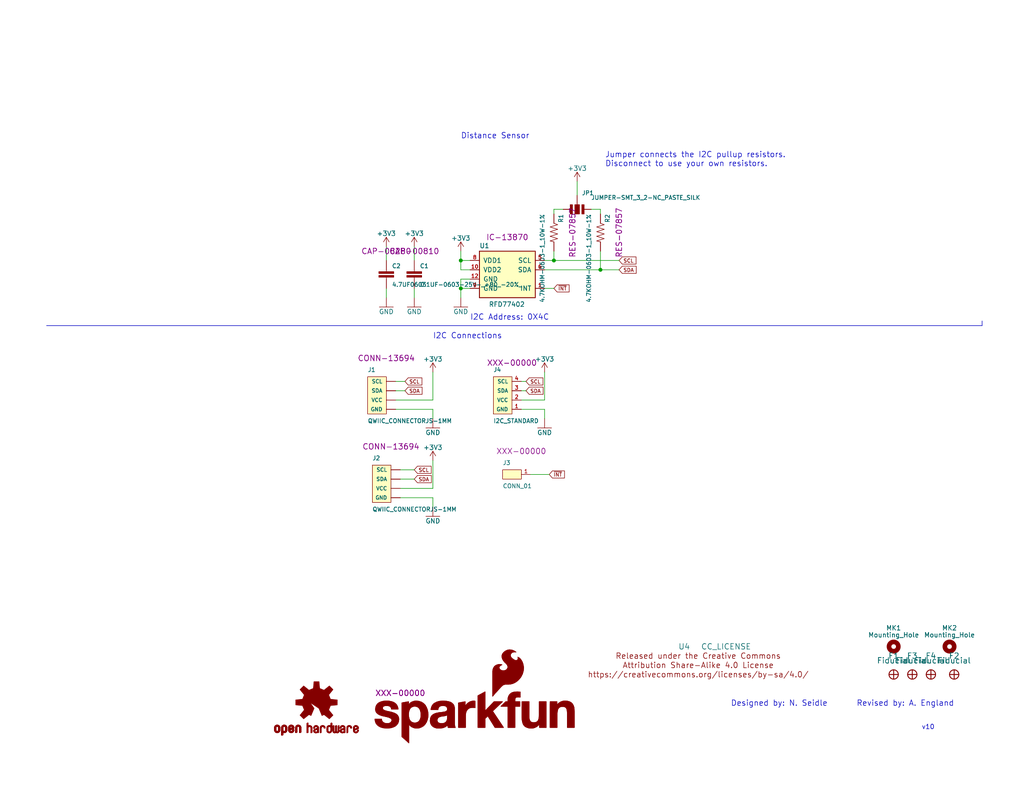
<source format=kicad_sch>
(kicad_sch (version 20230121) (generator eeschema)
  (paper "USLetter")
  (title_block (title "RFD77402 TOF Sensor Breakout.sch") (date "22 MAR 2017"))
  (lib_symbols
    (symbol "0.1UF-0603-25V-_+80_-20%__1" (pin_numbers hide) (pin_names (offset 1.016) hide)
      (property "Reference" "C" (at 1.524 2.921 0))
      (property "Value" "0.1UF-0603-25V-_+80_-20%_" (at 1.524 -2.159 0))
      (property "Field4" "CAP-00810" (at 0 7.62 0))
      (symbol "0.1UF-0603-25V-_+80_-20%__1_1_1"
        (pin passive line (at 0 5.08 270) (length 2.54) (name "1") (number "1"))
        (pin passive line (at 0 -2.54 90) (length 2.54) (name "2") (number "2"))
      )
    )
    (symbol "0.1UF-0603-25V-_+80_-20%__2" (pin_numbers hide) (pin_names (offset 1.016) hide)
      (property "Reference" "C" (at 1.524 2.921 0))
      (property "Value" "0.1UF-0603-25V-_+80_-20%_" (at 1.524 -2.159 0))
      (property "Field4" "CAP-00810" (at 0 7.62 0))
      (symbol "0.1UF-0603-25V-_+80_-20%__2_1_1"
        (pin passive line (at 0 5.08 270) (length 2.54) (name "1") (number "1"))
        (pin passive line (at 0 -2.54 90) (length 2.54) (name "2") (number "2"))
      )
    )
    (symbol "4.7KOHM-0603-1_10W-1%_1" (pin_numbers hide) (pin_names (offset 1.016) hide)
      (property "Reference" "R" (at -5.08 1.27 0))
      (property "Value" "4.7KOHM-0603-1_10W-1%" (at -5.08 -3.81 0))
      (property "Field4" "RES-07857" (at 0 5.08 0))
      (symbol "4.7KOHM-0603-1_10W-1%_1_1_1"
        (pin passive line (at -5.08 0 0) (length 2.54) (name "1") (number "1"))
        (pin passive line (at 5.08 0 180) (length 2.54) (name "2") (number "2"))
      )
    )
    (symbol "4.7KOHM-0603-1_10W-1%_2" (pin_numbers hide) (pin_names (offset 1.016) hide)
      (property "Reference" "R" (at -5.08 1.27 0))
      (property "Value" "4.7KOHM-0603-1_10W-1%" (at -5.08 -3.81 0))
      (property "Field4" "RES-07857" (at 0 5.08 0))
      (symbol "4.7KOHM-0603-1_10W-1%_2_1_1"
        (pin passive line (at -5.08 0 0) (length 2.54) (name "1") (number "1"))
        (pin passive line (at 5.08 0 180) (length 2.54) (name "2") (number "2"))
      )
    )
    (symbol "4.7KOHM-0603-1_10W-1%_3" (pin_numbers hide) (pin_names (offset 1.016) hide)
      (property "Reference" "R" (at -5.08 1.27 0))
      (property "Value" "4.7KOHM-0603-1_10W-1%" (at -5.08 -3.81 0))
      (property "Field4" "RES-07857" (at 0 5.08 0))
      (symbol "4.7KOHM-0603-1_10W-1%_3_1_1"
        (pin passive line (at -5.08 0 0) (length 2.54) (name "1") (number "1"))
        (pin passive line (at 5.08 0 180) (length 2.54) (name "2") (number "2"))
      )
    )
    (symbol "4.7KOHM-0603-1_10W-1%_4" (pin_numbers hide) (pin_names (offset 1.016) hide)
      (property "Reference" "R" (at -5.08 1.27 0))
      (property "Value" "4.7KOHM-0603-1_10W-1%" (at -5.08 -3.81 0))
      (property "Field4" "RES-07857" (at 0 5.08 0))
      (symbol "4.7KOHM-0603-1_10W-1%_4_1_1"
        (pin passive line (at -5.08 0 0) (length 2.54) (name "1") (number "1"))
        (pin passive line (at 5.08 0 180) (length 2.54) (name "2") (number "2"))
      )
    )
    (symbol "4.7UF0603_1" (pin_numbers hide) (pin_names (offset 1.016) hide)
      (property "Reference" "C" (at 1.524 2.921 0))
      (property "Value" "4.7UF0603" (at 1.524 -2.159 0))
      (property "Field4" "CAP-08280" (at 0 7.62 0))
      (symbol "4.7UF0603_1_1_1"
        (pin passive line (at 0 5.08 270) (length 2.54) (name "1") (number "1"))
        (pin passive line (at 0 -2.54 90) (length 2.54) (name "2") (number "2"))
      )
    )
    (symbol "4.7UF0603_2" (pin_numbers hide) (pin_names (offset 1.016) hide)
      (property "Reference" "C" (at 1.524 2.921 0))
      (property "Value" "4.7UF0603" (at 1.524 -2.159 0))
      (property "Field4" "CAP-08280" (at 0 7.62 0))
      (symbol "4.7UF0603_2_1_1"
        (pin passive line (at 0 5.08 270) (length 2.54) (name "1") (number "1"))
        (pin passive line (at 0 -2.54 90) (length 2.54) (name "2") (number "2"))
      )
    )
    (symbol "CONN_01_1" (pin_names (offset 1.016) hide)
      (property "Reference" "J" (at -5.08 2.54 0))
      (property "Value" "CONN_01" (at -5.08 -3.81 0))
      (property "Field4" "XXX-00000" (at 0 6.35 0))
      (symbol "CONN_01_1_1_1"
        (pin passive line (at 2.54 0 180) (length 2.54) (name "1") (number "1"))
      )
    )
    (symbol "CONN_01_2" (pin_names (offset 1.016) hide)
      (property "Reference" "J" (at -5.08 2.54 0))
      (property "Value" "CONN_01" (at -5.08 -3.81 0))
      (property "Field4" "XXX-00000" (at 0 6.35 0))
      (symbol "CONN_01_2_1_1"
        (pin passive line (at 2.54 0 180) (length 2.54) (name "1") (number "1"))
      )
    )
    (symbol "I2C_STANDARD_1" (pin_names (offset 1.016))
      (property "Reference" "J" (at -5.08 10.16 0))
      (property "Value" "I2C_STANDARD" (at -5.08 -3.81 0))
      (property "Field4" "XXX-00000" (at 0 12.7 0))
      (symbol "I2C_STANDARD_1_1_1"
        (pin power_in line (at 2.54 0 180) (length 2.54) (name "GND") (number "1"))
        (pin power_in line (at 2.54 2.54 180) (length 2.54) (name "VCC") (number "2"))
        (pin passive line (at 2.54 5.08 180) (length 2.54) (name "SDA") (number "3"))
        (pin passive line (at 2.54 7.62 180) (length 2.54) (name "SCL") (number "4"))
      )
    )
    (symbol "I2C_STANDARD_2" (pin_names (offset 1.016))
      (property "Reference" "J" (at -5.08 10.16 0))
      (property "Value" "I2C_STANDARD" (at -5.08 -3.81 0))
      (property "Field4" "XXX-00000" (at 0 12.7 0))
      (symbol "I2C_STANDARD_2_1_1"
        (pin power_in line (at 2.54 0 180) (length 2.54) (name "GND") (number "1"))
        (pin power_in line (at 2.54 2.54 180) (length 2.54) (name "VCC") (number "2"))
        (pin passive line (at 2.54 5.08 180) (length 2.54) (name "SDA") (number "3"))
        (pin passive line (at 2.54 7.62 180) (length 2.54) (name "SCL") (number "4"))
      )
    )
    (symbol "QWIIC_CONNECTORJS-1MM_1" (pin_numbers hide) (pin_names (offset 1.016))
      (property "Reference" "J" (at -5.08 10.16 0))
      (property "Value" "QWIIC_CONNECTORJS-1MM" (at -5.08 -3.81 0))
      (property "Field4" "CONN-13694" (at 0 13.97 0))
      (symbol "QWIIC_CONNECTORJS-1MM_1_1_1"
        (pin power_in line (at 2.54 0 180) (length 2.54) (name "GND") (number "1"))
        (pin power_in line (at 2.54 2.54 180) (length 2.54) (name "VCC") (number "2"))
        (pin passive line (at 2.54 5.08 180) (length 2.54) (name "SDA") (number "3"))
        (pin passive line (at 2.54 7.62 180) (length 2.54) (name "SCL") (number "4"))
      )
    )
    (symbol "QWIIC_CONNECTORJS-1MM_2" (pin_numbers hide) (pin_names (offset 1.016))
      (property "Reference" "J" (at -5.08 10.16 0))
      (property "Value" "QWIIC_CONNECTORJS-1MM" (at -5.08 -3.81 0))
      (property "Field4" "CONN-13694" (at 0 13.97 0))
      (symbol "QWIIC_CONNECTORJS-1MM_2_1_1"
        (pin power_in line (at 2.54 0 180) (length 2.54) (name "GND") (number "1"))
        (pin power_in line (at 2.54 2.54 180) (length 2.54) (name "VCC") (number "2"))
        (pin passive line (at 2.54 5.08 180) (length 2.54) (name "SDA") (number "3"))
        (pin passive line (at 2.54 7.62 180) (length 2.54) (name "SCL") (number "4"))
      )
    )
    (symbol "QWIIC_CONNECTORJS-1MM_3" (pin_numbers hide) (pin_names (offset 1.016))
      (property "Reference" "J" (at -5.08 10.16 0))
      (property "Value" "QWIIC_CONNECTORJS-1MM" (at -5.08 -3.81 0))
      (property "Field4" "CONN-13694" (at 0 13.97 0))
      (symbol "QWIIC_CONNECTORJS-1MM_3_1_1"
        (pin power_in line (at 2.54 0 180) (length 2.54) (name "GND") (number "1"))
        (pin power_in line (at 2.54 2.54 180) (length 2.54) (name "VCC") (number "2"))
        (pin passive line (at 2.54 5.08 180) (length 2.54) (name "SDA") (number "3"))
        (pin passive line (at 2.54 7.62 180) (length 2.54) (name "SCL") (number "4"))
      )
    )
    (symbol "QWIIC_CONNECTORJS-1MM_4" (pin_numbers hide) (pin_names (offset 1.016))
      (property "Reference" "J" (at -5.08 10.16 0))
      (property "Value" "QWIIC_CONNECTORJS-1MM" (at -5.08 -3.81 0))
      (property "Field4" "CONN-13694" (at 0 13.97 0))
      (symbol "QWIIC_CONNECTORJS-1MM_4_1_1"
        (pin power_in line (at 2.54 0 180) (length 2.54) (name "GND") (number "1"))
        (pin power_in line (at 2.54 2.54 180) (length 2.54) (name "VCC") (number "2"))
        (pin passive line (at 2.54 5.08 180) (length 2.54) (name "SDA") (number "3"))
        (pin passive line (at 2.54 7.62 180) (length 2.54) (name "SCL") (number "4"))
      )
    )
    (symbol "RFD77402_1" (pin_names (offset 1.016))
      (property "Reference" "U" (at -7.62 7.112 0))
      (property "Value" "RFD77402" (at -5.08 -8.89 0))
      (property "Field4" "IC-13870" (at 0 10.16 0))
      (symbol "RFD77402_1_1_1"
        (pin bidirectional line (at 10.16 -3.81 180) (length 2.54) (name "INT") (number "1"))
        (pin input line (at -10.16 1.27 0) (length 2.54) (name "VDD2") (number "10"))
        (pin bidirectional line (at -10.16 -1.27 0) (length 2.54) (name "GND") (number "12"))
        (pin bidirectional line (at 10.16 3.81 180) (length 2.54) (name "SCL") (number "5"))
        (pin bidirectional line (at 10.16 1.27 180) (length 2.54) (name "SDA") (number "6"))
        (pin bidirectional line (at -10.16 3.81 0) (length 2.54) (name "VDD1") (number "8"))
        (pin bidirectional line (at -10.16 -3.81 0) (length 2.54) (name "GND") (number "9"))
      )
    )
    (symbol "RFD77402_2" (pin_names (offset 1.016))
      (property "Reference" "U" (at -7.62 7.112 0))
      (property "Value" "RFD77402" (at -5.08 -8.89 0))
      (property "Field4" "IC-13870" (at 0 10.16 0))
      (symbol "RFD77402_2_1_1"
        (pin bidirectional line (at 10.16 -3.81 180) (length 2.54) (name "INT") (number "1"))
        (pin input line (at -10.16 1.27 0) (length 2.54) (name "VDD2") (number "10"))
        (pin bidirectional line (at -10.16 -1.27 0) (length 2.54) (name "GND") (number "12"))
        (pin bidirectional line (at 10.16 3.81 180) (length 2.54) (name "SCL") (number "5"))
        (pin bidirectional line (at 10.16 1.27 180) (length 2.54) (name "SDA") (number "6"))
        (pin bidirectional line (at -10.16 3.81 0) (length 2.54) (name "VDD1") (number "8"))
        (pin bidirectional line (at -10.16 -3.81 0) (length 2.54) (name "GND") (number "9"))
      )
    )
    (symbol "RFD77402_ToF_Sensor-rescue:+3.3V" (power) (pin_names (offset 0))
      (property "Value" "+3.3V" (at 0 3.556 0))
      (symbol "+3.3V_1_1"
        (pin power_in line (at 0 0 90) (length 0) hide (name "+3V3") (number "1"))
      )
    )
    (symbol "RFD77402_ToF_Sensor-rescue:CC_LICENSE" (pin_names (offset 1.016))
      (property "Reference" "U" (at -3.81 3.81 0))
      (property "Value" "CC_LICENSE" (at 7.62 3.81 0))
      (symbol "CC_LICENSE_0_0"
        (text "Attribution Share-Alike 4.0 License" (at 0 -1.27 0) (effects (font (size 1.524 1.524))))
        (text "https://creativecommons.org/licenses/by-sa/4.0/" (at 0 -3.81 0) (effects (font (size 1.524 1.524))))
        (text "Released under the Creative Commons" (at 0 1.27 0) (effects (font (size 1.524 1.524))))
      )
    )
    (symbol "RFD77402_ToF_Sensor-rescue:Fiducial" (pin_names (offset 1.016))
      (property "Reference" "F" (at 0 5.08 0))
      (property "Value" "Fiducial" (at 0 3.81 0))
    )
    (symbol "RFD77402_ToF_Sensor-rescue:GND" (power) (pin_numbers hide) (pin_names (offset 1.016) hide)
      (property "Value" "GND" (at -1.778 -5.08 0))
      (symbol "GND_1_1"
        (pin power_in line (at 0 0 270) (length 0) hide (name "GND") (number "~"))
      )
    )
    (symbol "RFD77402_ToF_Sensor-rescue:JUMPER-SMT_3_2-NC_PASTE_SILK" (pin_numbers hide) (pin_names (offset 1.27) hide)
      (property "Reference" "JP" (at 2.54 0.381 0))
      (property "Value" "JUMPER-SMT_3_2-NC_PASTE_SILK" (at 2.54 -2.159 0))
      (symbol "JUMPER-SMT_3_2-NC_PASTE_SILK_1_1"
        (pin passive line (at 0 3.81 270) (length 2.54) (name "1") (number "1"))
        (pin passive line (at -3.81 0 0) (length 2.54) (name "2") (number "2"))
        (pin passive line (at 0 -3.81 90) (length 2.54) (name "3") (number "3"))
      )
    )
    (symbol "RFD77402_ToF_Sensor-rescue:Mounting_Hole" (pin_names (offset 1.016))
      (property "Reference" "MK" (at 0 5.08 0))
      (property "Value" "Mounting_Hole" (at 0 3.175 0))
    )
    (symbol "RFD77402_ToF_Sensor-rescue:SPARKFUN-AESTHETICS_OSHW-LOGOS" (pin_numbers hide) (pin_names (offset 1.016) hide))
    (symbol "SFE_LOGO_NAME_FLAME.1_INCH_1" (pin_numbers hide) (pin_names (offset 1.016) hide)
      (property "Field4" "XXX-00000" (at 7.62 13.97 0))
    )
    (symbol "SFE_LOGO_NAME_FLAME.1_INCH_2" (pin_numbers hide) (pin_names (offset 1.016) hide)
      (property "Field4" "XXX-00000" (at 7.62 13.97 0))
    )
    (symbol "SFE_LOGO_NAME_FLAME.1_INCH_3" (pin_numbers hide) (pin_names (offset 1.016) hide)
      (property "Field4" "XXX-00000" (at 7.62 13.97 0))
    )
    (symbol "SFE_LOGO_NAME_FLAME.1_INCH_4" (pin_numbers hide) (pin_names (offset 1.016) hide)
      (property "Field4" "XXX-00000" (at 7.62 13.97 0))
    )
  )
  (junction (at 125.73 71.12))
  (junction (at 125.73 78.74))
  (junction (at 151.13 71.12))
  (junction (at 163.83 73.66))
  (wire (pts (xy 109.22 133.35) (xy 118.11 133.35)))
  (wire (pts (xy 144.78 129.54) (xy 149.86 129.54)))
  (wire (pts (xy 125.73 78.74) (xy 125.73 81.28)))
  (wire (pts (xy 109.22 128.27) (xy 113.03 128.27)))
  (wire (pts (xy 125.73 71.12) (xy 125.73 73.66)))
  (wire (pts (xy 142.24 109.22) (xy 148.59 109.22)))
  (wire (pts (xy 125.73 73.66) (xy 128.27 73.66)))
  (wire (pts (xy 163.83 57.15) (xy 163.83 58.42)))
  (wire (pts (xy 105.41 67.31) (xy 105.41 71.12)))
  (wire (pts (xy 113.03 67.31) (xy 113.03 71.12)))
  (wire (pts (xy 148.59 109.22) (xy 148.59 101.6)))
  (wire (pts (xy 151.13 57.15) (xy 153.67 57.15)))
  (wire (pts (xy 118.11 135.89) (xy 118.11 138.43)))
  (wire (pts (xy 163.83 68.58) (xy 163.83 73.66)))
  (wire (pts (xy 107.95 111.76) (xy 118.11 111.76)))
  (wire (pts (xy 109.22 130.81) (xy 113.03 130.81)))
  (wire (pts (xy 148.59 78.74) (xy 151.13 78.74)))
  (wire (pts (xy 151.13 68.58) (xy 151.13 71.12)))
  (polyline (pts (xy 267.97 88.9) (xy 267.97 87.63)))
  (wire (pts (xy 107.95 106.68) (xy 110.49 106.68)))
  (wire (pts (xy 148.59 71.12) (xy 151.13 71.12)))
  (wire (pts (xy 118.11 111.76) (xy 118.11 114.3)))
  (polyline (pts (xy 12.7 88.9) (xy 267.97 88.9)))
  (wire (pts (xy 148.59 73.66) (xy 163.83 73.66)))
  (wire (pts (xy 142.24 111.76) (xy 148.59 111.76)))
  (wire (pts (xy 109.22 135.89) (xy 118.11 135.89)))
  (wire (pts (xy 148.59 111.76) (xy 148.59 114.3)))
  (wire (pts (xy 128.27 71.12) (xy 125.73 71.12)))
  (wire (pts (xy 113.03 78.74) (xy 113.03 81.28)))
  (wire (pts (xy 151.13 57.15) (xy 151.13 58.42)))
  (wire (pts (xy 157.48 49.53) (xy 157.48 53.34)))
  (wire (pts (xy 125.73 76.2) (xy 125.73 78.74)))
  (wire (pts (xy 163.83 73.66) (xy 168.91 73.66)))
  (wire (pts (xy 107.95 104.14) (xy 110.49 104.14)))
  (wire (pts (xy 128.27 76.2) (xy 125.73 76.2)))
  (wire (pts (xy 142.24 104.14) (xy 143.51 104.14)))
  (wire (pts (xy 151.13 71.12) (xy 168.91 71.12)))
  (wire (pts (xy 128.27 78.74) (xy 125.73 78.74)))
  (wire (pts (xy 105.41 78.74) (xy 105.41 81.28)))
  (wire (pts (xy 107.95 109.22) (xy 118.11 109.22)))
  (wire (pts (xy 118.11 109.22) (xy 118.11 101.6)))
  (wire (pts (xy 118.11 133.35) (xy 118.11 125.73)))
  (wire (pts (xy 163.83 57.15) (xy 161.29 57.15)))
  (wire (pts (xy 125.73 68.58) (xy 125.73 71.12)))
  (wire (pts (xy 142.24 106.68) (xy 143.51 106.68)))
  (text "Designed by: N. Seidle\n" (at 199.39 193.04 0) (effects (font (size 1.524 1.524)) (justify left bottom)))
  (text "I2C Connections" (at 118.11 92.71 0) (effects (font (size 1.524 1.524)) (justify left bottom)))
  (text "Jumper connects the I2C pullup resistors.\nDisconnect to use your own resistors." (at 165.1 45.72 0) (effects (font (size 1.524 1.524)) (justify left bottom)))
  (text "Revised by: A. England" (at 233.68 193.04 0) (effects (font (size 1.524 1.524)) (justify left bottom)))
  (text "Distance Sensor" (at 125.73 38.1 0) (effects (font (size 1.524 1.524)) (justify left bottom)))
  (text "I2C Address: 0X4C" (at 128.27 87.63 0) (effects (font (size 1.524 1.524)) (justify left bottom)))
  (text "v10" (at 251.46 199.39 0) (effects (font (size 1.27 1.27)) (justify left bottom)))
  (global_label "~{INT}" (shape input) (at 149.86 129.54 0) (effects (font (size 0.9906 0.9906))) (property "Intersheetrefs" "${INTERSHEET_REFS}" (effects hide)))
  (global_label "SDA" (shape input) (at 110.49 106.68 0) (effects (font (size 0.9906 0.9906))) (property "Intersheetrefs" "${INTERSHEET_REFS}" (effects hide)))
  (global_label "SCL" (shape input) (at 168.91 71.12 0) (effects (font (size 0.9906 0.9906))) (property "Intersheetrefs" "${INTERSHEET_REFS}" (effects hide)))
  (global_label "SDA" (shape input) (at 143.51 106.68 0) (effects (font (size 0.9906 0.9906))) (property "Intersheetrefs" "${INTERSHEET_REFS}" (effects hide)))
  (global_label "SDA" (shape input) (at 168.91 73.66 0) (effects (font (size 0.9906 0.9906))) (property "Intersheetrefs" "${INTERSHEET_REFS}" (effects hide)))
  (global_label "SDA" (shape input) (at 113.03 130.81 0) (effects (font (size 0.9906 0.9906))) (property "Intersheetrefs" "${INTERSHEET_REFS}" (effects hide)))
  (global_label "SCL" (shape input) (at 143.51 104.14 0) (effects (font (size 0.9906 0.9906))) (property "Intersheetrefs" "${INTERSHEET_REFS}" (effects hide)))
  (global_label "SCL" (shape input) (at 110.49 104.14 0) (effects (font (size 0.9906 0.9906))) (property "Intersheetrefs" "${INTERSHEET_REFS}" (effects hide)))
  (global_label "SCL" (shape input) (at 113.03 128.27 0) (effects (font (size 0.9906 0.9906))) (property "Intersheetrefs" "${INTERSHEET_REFS}" (effects hide)))
  (global_label "~{INT}" (shape input) (at 151.13 78.74 0) (effects (font (size 0.9906 0.9906))) (property "Intersheetrefs" "${INTERSHEET_REFS}" (effects hide)))
  (symbol (lib_id "RFD77402_ToF_Sensor-rescue:Mounting_Hole") (at 243.84 176.53 0) (unit 1)
    (property "Reference" "MK1" (at 243.84 171.45 0))
    (property "Value" "Mounting_Hole" (at 243.84 173.355 0))
    (property "Footprint" "SparkFun-Hardware:STAND-OFF" (effects hide))
  )
  (symbol (lib_id "RFD77402_ToF_Sensor-rescue:GND") (at 118.11 138.43 0) (unit 1)
    (property "Reference" "#PWR01" (effects hide))
    (property "Value" "GND" (at 118.11 142.24 0))
  )
  (symbol (lib_id "RFD77402_ToF_Sensor-rescue:GND") (at 125.73 81.28 0) (unit 1)
    (property "Reference" "#PWR02" (effects hide))
    (property "Value" "GND" (at 125.73 85.09 0))
  )
  (symbol (lib_id "RFD77402_ToF_Sensor-rescue:GND") (at 113.03 81.28 0) (unit 1)
    (property "Reference" "#PWR03" (effects hide))
    (property "Value" "GND" (at 113.03 85.09 0))
  )
  (symbol (lib_id "RFD77402_ToF_Sensor-rescue:+3.3V") (at 113.03 67.31 0) (unit 1)
    (property "Reference" "#PWR04" (effects hide))
    (property "Value" "+3.3V" (at 113.03 63.754 0))
  )
  (symbol (lib_id "RFD77402_ToF_Sensor-rescue:+3.3V") (at 125.73 68.58 0) (unit 1)
    (property "Reference" "#PWR05" (effects hide))
    (property "Value" "+3.3V" (at 125.73 65.024 0))
  )
  (symbol (lib_id "RFD77402_ToF_Sensor-rescue:+3.3V") (at 118.11 101.6 0) (unit 1)
    (property "Reference" "#PWR06" (effects hide))
    (property "Value" "+3.3V" (at 118.11 98.044 0))
  )
  (symbol (lib_id "RFD77402_ToF_Sensor-rescue:+3.3V") (at 148.59 101.6 0) (unit 1)
    (property "Reference" "#PWR07" (effects hide))
    (property "Value" "+3.3V" (at 148.59 98.044 0))
  )
  (symbol (lib_id "RFD77402_ToF_Sensor-rescue:+3.3V") (at 118.11 125.73 0) (unit 1)
    (property "Reference" "#PWR08" (effects hide))
    (property "Value" "+3.3V" (at 118.11 122.174 0))
  )
  (symbol (lib_id "RFD77402_ToF_Sensor-rescue:GND") (at 148.59 114.3 0) (unit 1)
    (property "Reference" "#PWR09" (effects hide))
    (property "Value" "GND" (at 148.59 118.11 0))
  )
  (symbol (lib_id "RFD77402_ToF_Sensor-rescue:GND") (at 118.11 114.3 0) (unit 1)
    (property "Reference" "#PWR010" (effects hide))
    (property "Value" "GND" (at 118.11 118.11 0))
  )
  (symbol (lib_id "RFD77402_ToF_Sensor-rescue:+3.3V") (at 157.48 49.53 0) (unit 1)
    (property "Reference" "#PWR011" (effects hide))
    (property "Value" "+3.3V" (at 157.48 45.974 0))
  )
  (symbol (lib_id "RFD77402_ToF_Sensor-rescue:JUMPER-SMT_3_2-NC_PASTE_SILK") (at 157.48 57.15 270) (unit 1)
    (property "Reference" "JP1" (at 158.75 53.34 90) (effects (font (size 1.143 1.143)) (justify left bottom)))
    (property "Value" "JUMPER-SMT_3_2-NC_PASTE_SILK" (at 161.29 54.61 90) (effects (font (size 1.143 1.143)) (justify left bottom)))
    (property "Footprint" "SparkFun-Jumpers:SMT-JUMPER_3_2-NC_PASTE_SILK" (effects hide))
  )
  (symbol (lib_id "RFD77402_ToF_Sensor-rescue:Mounting_Hole") (at 259.08 176.53 0) (unit 1)
    (property "Reference" "MK2" (at 259.08 171.45 0))
    (property "Value" "Mounting_Hole" (at 259.08 173.355 0))
    (property "Footprint" "SparkFun-Hardware:STAND-OFF" (effects hide))
  )
  (symbol (lib_id "RFD77402_ToF_Sensor-rescue:SPARKFUN-AESTHETICS_OSHW-LOGOS") (at 86.36 191.77 0) (unit 1)
    (property "Reference" "LOGO1" (effects hide))
    (property "Value" "SPARKFUN-AESTHETICS_OSHW-LOGOS" (effects hide))
    (property "Footprint" "SparkFun-Aesthetics:OSHW-LOGO-MINI" (effects hide))
  )
  (symbol (lib_id "RFD77402_ToF_Sensor-rescue:CC_LICENSE") (at 190.5 180.34 0) (unit 1)
    (property "Reference" "U4" (at 186.69 176.53 0) (effects (font (size 1.524 1.524))))
    (property "Value" "CC_LICENSE" (at 198.12 176.53 0) (effects (font (size 1.524 1.524))))
    (property "Footprint" "SparkFun-Aesthetics:CREATIVE_COMMONS" (effects hide))
  )
  (symbol (lib_id "RFD77402_ToF_Sensor-rescue:Fiducial") (at 260.35 184.15 0) (unit 1)
    (property "Reference" "F2" (at 260.35 179.07 0) (effects (font (size 1.524 1.524))))
    (property "Value" "Fiducial" (at 260.35 180.34 0) (effects (font (size 1.524 1.524))))
    (property "Footprint" "Aesthetics:FIDUCIAL-MICRO-NO_PASTE" (effects hide))
  )
  (symbol (lib_id "RFD77402_ToF_Sensor-rescue:Fiducial") (at 243.84 184.15 0) (unit 1)
    (property "Reference" "F1" (at 243.84 179.07 0) (effects (font (size 1.524 1.524))))
    (property "Value" "Fiducial" (at 243.84 180.34 0) (effects (font (size 1.524 1.524))))
    (property "Footprint" "Aesthetics:FIDUCIAL-MICRO-NO_PASTE" (effects hide))
  )
  (symbol (lib_id "RFD77402_ToF_Sensor-rescue:+3.3V") (at 105.41 67.31 0) (unit 1)
    (property "Reference" "#PWR012" (effects hide))
    (property "Value" "+3.3V" (at 105.41 63.754 0))
  )
  (symbol (lib_id "RFD77402_ToF_Sensor-rescue:GND") (at 105.41 81.28 0) (unit 1)
    (property "Reference" "#PWR013" (effects hide))
    (property "Value" "GND" (at 105.41 85.09 0))
  )
  (symbol (lib_name "I2C_STANDARD_2") (lib_id "RFD77402_ToF_Sensor-rescue:I2C_STANDARD") (at 139.7 111.76 0) (unit 1)
    (property "Reference" "J4" (at 134.62 101.6 0) (effects (font (size 1.143 1.143)) (justify left bottom)))
    (property "Value" "I2C_STANDARD" (at 134.62 115.57 0) (effects (font (size 1.143 1.143)) (justify left bottom)))
    (property "Footprint" "Connectors:1X04" (effects hide))
    (property "Field4" "XXX-00000" (at 139.7 99.06 0) (effects (font (size 1.524 1.524))))
  )
  (symbol (lib_name "CONN_01_2") (lib_id "RFD77402_ToF_Sensor-rescue:CONN_01") (at 142.24 129.54 0) (unit 1)
    (property "Reference" "J3" (at 137.16 127 0) (effects (font (size 1.143 1.143)) (justify left bottom)))
    (property "Value" "CONN_01" (at 137.16 133.35 0) (effects (font (size 1.143 1.143)) (justify left bottom)))
    (property "Footprint" "Connectors:1X01" (effects hide))
    (property "Field4" "XXX-00000" (at 142.24 123.19 0) (effects (font (size 1.524 1.524))))
  )
  (symbol (lib_name "4.7UF0603_2") (lib_id "RFD77402_ToF_Sensor-rescue:4.7UF0603") (at 105.41 76.2 0) (unit 1)
    (property "Reference" "C2" (at 106.934 73.279 0) (effects (font (size 1.143 1.143)) (justify left bottom)))
    (property "Value" "4.7UF0603" (at 106.934 78.359 0) (effects (font (size 1.143 1.143)) (justify left bottom)))
    (property "Footprint" "Capacitors:0603" (effects hide))
    (property "Field4" "CAP-08280" (at 105.41 68.58 0) (effects (font (size 1.524 1.524))))
  )
  (symbol (lib_name "0.1UF-0603-25V-_+80_-20%__2") (lib_id "RFD77402_ToF_Sensor-rescue:0.1UF-0603-25V-_+80_-20%_") (at 113.03 76.2 0) (unit 1)
    (property "Reference" "C1" (at 114.554 73.279 0) (effects (font (size 1.143 1.143)) (justify left bottom)))
    (property "Value" "0.1UF-0603-25V-_+80_-20%_" (at 114.554 78.359 0) (effects (font (size 1.143 1.143)) (justify left bottom)))
    (property "Footprint" "Capacitors:0603" (effects hide))
    (property "Field4" "CAP-00810" (at 113.03 68.58 0) (effects (font (size 1.524 1.524))))
  )
  (symbol (lib_name "4.7KOHM-0603-1_10W-1%_3") (lib_id "RFD77402_ToF_Sensor-rescue:4.7KOHM-0603-1_10W-1%") (at 163.83 63.5 270) (unit 1)
    (property "Reference" "R2" (at 165.1 58.42 0) (effects (font (size 1.143 1.143)) (justify left bottom)))
    (property "Value" "4.7KOHM-0603-1_10W-1%" (at 160.02 58.42 0) (effects (font (size 1.143 1.143)) (justify left bottom)))
    (property "Footprint" "Resistors:0603" (effects hide))
    (property "Field4" "RES-07857" (at 168.91 63.5 0) (effects (font (size 1.524 1.524))))
  )
  (symbol (lib_name "4.7KOHM-0603-1_10W-1%_4") (lib_id "RFD77402_ToF_Sensor-rescue:4.7KOHM-0603-1_10W-1%") (at 151.13 63.5 270) (unit 1)
    (property "Reference" "R1" (at 152.4 58.42 0) (effects (font (size 1.143 1.143)) (justify left bottom)))
    (property "Value" "4.7KOHM-0603-1_10W-1%" (at 147.32 58.42 0) (effects (font (size 1.143 1.143)) (justify left bottom)))
    (property "Footprint" "Resistors:0603" (effects hide))
    (property "Field4" "RES-07857" (at 156.21 63.5 0) (effects (font (size 1.524 1.524))))
  )
  (symbol (lib_name "RFD77402_2") (lib_id "RFD77402_ToF_Sensor-rescue:RFD77402") (at 138.43 74.93 0) (unit 1)
    (property "Reference" "U1" (at 130.81 67.818 0) (effects (justify left bottom)))
    (property "Value" "RFD77402" (at 133.35 83.82 0) (effects (justify left bottom)))
    (property "Footprint" "Silicon-Custom:RFD77402" (effects hide))
    (property "Field4" "IC-13870" (at 138.43 64.77 0) (effects (font (size 1.524 1.524))))
  )
  (symbol (lib_name "QWIIC_CONNECTORJS-1MM_4") (lib_id "RFD77402_ToF_Sensor-rescue:QWIIC_CONNECTORJS-1MM") (at 105.41 111.76 0) (unit 1)
    (property "Reference" "J1" (at 100.33 101.6 0) (effects (font (size 1.143 1.143)) (justify left bottom)))
    (property "Value" "QWIIC_CONNECTORJS-1MM" (at 100.33 115.57 0) (effects (font (size 1.143 1.143)) (justify left bottom)))
    (property "Footprint" "Connectors:1X04_1MM_RA" (effects hide))
    (property "Field4" "CONN-13694" (at 105.41 97.79 0) (effects (font (size 1.524 1.524))))
  )
  (symbol (lib_name "QWIIC_CONNECTORJS-1MM_3") (lib_id "RFD77402_ToF_Sensor-rescue:QWIIC_CONNECTORJS-1MM") (at 106.68 135.89 0) (unit 1)
    (property "Reference" "J2" (at 101.6 125.73 0) (effects (font (size 1.143 1.143)) (justify left bottom)))
    (property "Value" "QWIIC_CONNECTORJS-1MM" (at 101.6 139.7 0) (effects (font (size 1.143 1.143)) (justify left bottom)))
    (property "Footprint" "Connectors:1X04_1MM_RA" (effects hide))
    (property "Field4" "CONN-13694" (at 106.68 121.92 0) (effects (font (size 1.524 1.524))))
  )
  (symbol (lib_name "SFE_LOGO_NAME_FLAME.1_INCH_3") (lib_id "RFD77402_ToF_Sensor-rescue:SFE_LOGO_NAME_FLAME.1_INCH") (at 101.6 203.2 0) (unit 1)
    (property "Reference" "LOGO2" (effects hide))
    (property "Value" "SFE_LOGO_NAME_FLAME.1_INCH" (effects hide))
    (property "Footprint" "Aesthetics:SFE_LOGO_NAME_FLAME_.1" (effects hide))
    (property "Field4" "XXX-00000" (at 109.22 189.23 0) (effects (font (size 1.524 1.524))))
  )
  (symbol (lib_name "SFE_LOGO_NAME_FLAME.1_INCH_4") (lib_id "RFD77402_ToF_Sensor-rescue:SFE_LOGO_NAME_FLAME.1_INCH") (at 101.6 203.2 0) (unit 1)
    (property "Reference" "LOGO3" (effects hide))
    (property "Value" "SFE_LOGO_NAME_FLAME.1_INCH" (effects hide))
    (property "Footprint" "Aesthetics:SFE_LOGO_NAME_FLAME_.1" (effects hide))
    (property "Field4" "XXX-00000" (at 109.22 189.23 0) (effects (font (size 1.524 1.524))))
  )
  (symbol (lib_id "RFD77402_ToF_Sensor-rescue:Fiducial") (at 248.92 184.15 0) (unit 1)
    (property "Reference" "F3" (at 248.92 179.07 0) (effects (font (size 1.524 1.524))))
    (property "Value" "Fiducial" (at 248.92 180.34 0) (effects (font (size 1.524 1.524))))
    (property "Footprint" "Aesthetics:FIDUCIAL-MICRO-NO_PASTE" (effects hide))
  )
  (symbol (lib_id "RFD77402_ToF_Sensor-rescue:Fiducial") (at 254 184.15 0) (unit 1)
    (property "Reference" "F4" (at 254 179.07 0) (effects (font (size 1.524 1.524))))
    (property "Value" "Fiducial" (at 254 180.34 0) (effects (font (size 1.524 1.524))))
    (property "Footprint" "Aesthetics:FIDUCIAL-MICRO-NO_PASTE" (effects hide))
  )
)
</source>
